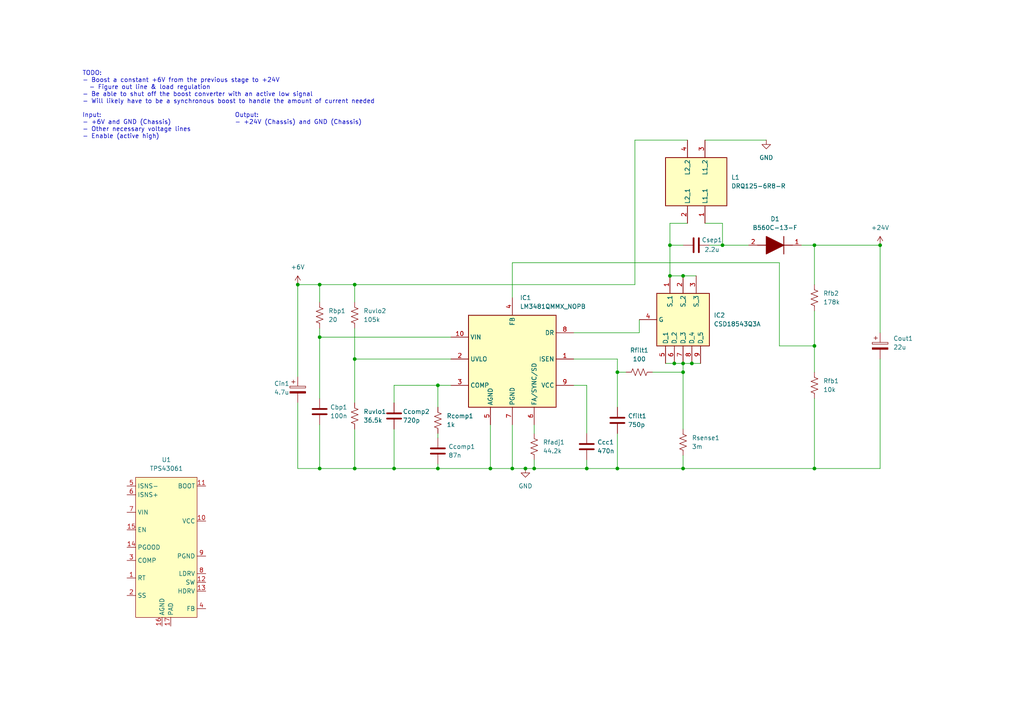
<source format=kicad_sch>
(kicad_sch (version 20250114) (generator "eeschema") (generator_version "9.0")
  (paper "A4")
  (title_block (title "Output Boost (Stage 2)") (date "2025-02-12") (rev "1") (company "UT Robomaster") (comment 1 "Robomaster"))
  (lib_symbols
    (symbol "! Robomaster ICs:TPS43061"
      (property "Reference" "U" (at 0 3.81 0))
      (property "Value" "TPS43061" (at 0 0 0))
      (symbol "TPS43061_1_1"
        (rectangle (start -8.89 0) (end 8.89 -40.64) (fill (type background)))
        (pin passive line (at -11.43 -2.54 0) (length 2.54) (name "ISNS-") (number "5"))
        (pin passive line (at -11.43 -5.08 0) (length 2.54) (name "ISNS+") (number "6"))
        (pin power_in line (at -11.43 -10.16 0) (length 2.54) (name "VIN") (number "7"))
        (pin input line (at -11.43 -15.24 0) (length 2.54) (name "EN") (number "15"))
        (pin open_collector line (at -11.43 -20.32 0) (length 2.54) (name "PGOOD") (number "14"))
        (pin passive line (at -11.43 -24.13 0) (length 2.54) (name "COMP") (number "3"))
        (pin passive line (at -11.43 -29.21 0) (length 2.54) (name "RT") (number "1"))
        (pin passive line (at -11.43 -34.29 0) (length 2.54) (name "SS") (number "2"))
        (pin power_in line (at -1.27 -43.18 90) (length 2.54) (name "AGND") (number "16"))
        (pin power_in line (at 1.27 -43.18 90) (length 2.54) (name "PAD") (number "17"))
        (pin passive line (at 11.43 -2.54 180) (length 2.54) (name "BOOT") (number "11"))
        (pin passive line (at 11.43 -12.7 180) (length 2.54) (name "VCC") (number "10"))
        (pin power_in line (at 11.43 -22.86 180) (length 2.54) (name "PGND") (number "9"))
        (pin output line (at 11.43 -27.94 180) (length 2.54) (name "LDRV") (number "8"))
        (pin output line (at 11.43 -30.48 180) (length 2.54) (name "SW") (number "12"))
        (pin output line (at 11.43 -33.02 180) (length 2.54) (name "HDRV") (number "13"))
        (pin passive line (at 11.43 -38.1 180) (length 2.54) (name "FB") (number "4"))
      )
    )
    (symbol "Device:C" (pin_numbers (hide yes)) (pin_names (offset 0.254))
      (property "Reference" "C" (at 0.635 2.54 0))
      (property "Value" "C" (at 0.635 -2.54 0))
      (symbol "C_0_1"
        (polyline (pts (xy -2.032 0.762) (xy 2.032 0.762)) (stroke (width 0.508)))
        (polyline (pts (xy -2.032 -0.762) (xy 2.032 -0.762)) (stroke (width 0.508)))
      )
      (symbol "C_1_1"
        (pin passive line (at 0 3.81 270) (length 2.794) (name "~") (number "1"))
        (pin passive line (at 0 -3.81 90) (length 2.794) (name "~") (number "2"))
      )
    )
    (symbol "Device:C_Polarized" (pin_numbers (hide yes)) (pin_names (offset 0.254))
      (property "Reference" "C" (at 0.635 2.54 0))
      (property "Value" "C_Polarized" (at 0.635 -2.54 0))
      (symbol "C_Polarized_0_1"
        (rectangle (start -2.286 0.508) (end 2.286 1.016))
        (polyline (pts (xy -1.778 2.286) (xy -0.762 2.286)))
        (polyline (pts (xy -1.27 2.794) (xy -1.27 1.778)))
        (rectangle (start 2.286 -0.508) (end -2.286 -1.016) (fill (type outline)))
      )
      (symbol "C_Polarized_1_1"
        (pin passive line (at 0 3.81 270) (length 2.794) (name "~") (number "1"))
        (pin passive line (at 0 -3.81 90) (length 2.794) (name "~") (number "2"))
      )
    )
    (symbol "Device:R_US" (pin_numbers (hide yes)) (pin_names (offset 0))
      (property "Reference" "R" (at 2.54 0 90))
      (property "Value" "R_US" (at -2.54 0 90))
      (symbol "R_US_0_1"
        (polyline (pts (xy 0 2.286) (xy 0 2.54)))
        (polyline (pts (xy 0 2.286) (xy 1.016 1.905) (xy 0 1.524) (xy -1.016 1.143) (xy 0 0.762)))
        (polyline (pts (xy 0 0.762) (xy 1.016 0.381) (xy 0 0) (xy -1.016 -0.381) (xy 0 -0.762)))
        (polyline (pts (xy 0 -0.762) (xy 1.016 -1.143) (xy 0 -1.524) (xy -1.016 -1.905) (xy 0 -2.286)))
        (polyline (pts (xy 0 -2.286) (xy 0 -2.54)))
      )
      (symbol "R_US_1_1"
        (pin passive line (at 0 3.81 270) (length 1.27) (name "~") (number "1"))
        (pin passive line (at 0 -3.81 90) (length 1.27) (name "~") (number "2"))
      )
    )
    (symbol "boost2:B560C-13-F" (pin_names (hide yes))
      (property "Reference" "D" (at 11.43 5.08 0))
      (property "Value" "B560C-13-F" (at 11.43 2.54 0))
      (symbol "B560C-13-F_1_1"
        (polyline (pts (xy 2.54 0) (xy 5.08 0)) (stroke (width 0.254)))
        (polyline (pts (xy 5.08 2.54) (xy 5.08 -2.54)) (stroke (width 0.254)))
        (polyline (pts (xy 5.08 0) (xy 10.16 2.54) (xy 10.16 -2.54) (xy 5.08 0)) (stroke (width 0.254)) (fill (type outline)))
        (polyline (pts (xy 10.16 0) (xy 12.7 0)) (stroke (width 0.254)))
        (pin passive line (at 0 0 0) (length 2.54) (name "K") (number "1"))
        (pin passive line (at 15.24 0 180) (length 2.54) (name "A") (number "2"))
      )
    )
    (symbol "boost2:CSD18543Q3A"
      (property "Reference" "IC" (at 21.59 7.62 0))
      (property "Value" "CSD18543Q3A" (at 21.59 5.08 0))
      (symbol "CSD18543Q3A_1_1"
        (rectangle (start 5.08 2.54) (end 20.32 -12.7) (stroke (width 0.254)) (fill (type background)))
        (pin passive line (at 0 -5.08 0) (length 5.08) (name "G") (number "4"))
        (pin passive line (at 7.62 -17.78 90) (length 5.08) (name "D_1") (number "5"))
        (pin passive line (at 8.89 7.62 270) (length 5.08) (name "S_1") (number "1"))
        (pin passive line (at 10.16 -17.78 90) (length 5.08) (name "D_2") (number "6"))
        (pin passive line (at 12.7 7.62 270) (length 5.08) (name "S_2") (number "2"))
        (pin passive line (at 12.7 -17.78 90) (length 5.08) (name "D_3") (number "7"))
        (pin passive line (at 15.24 -17.78 90) (length 5.08) (name "D_4") (number "8"))
        (pin passive line (at 16.51 7.62 270) (length 5.08) (name "S_3") (number "3"))
        (pin passive line (at 17.78 -17.78 90) (length 5.08) (name "D_5") (number "9"))
      )
    )
    (symbol "boost2:DRQ125-6R8-R"
      (property "Reference" "L" (at 24.13 7.62 0))
      (property "Value" "DRQ125-6R8-R" (at 24.13 5.08 0))
      (symbol "DRQ125-6R8-R_1_1"
        (rectangle (start 5.08 8.89) (end 22.86 -5.08) (stroke (width 0.254)) (fill (type background)))
        (pin passive line (at 11.43 13.97 270) (length 5.08) (name "L2_2") (number "4"))
        (pin passive line (at 11.43 -10.16 90) (length 5.08) (name "L2_1") (number "2"))
        (pin passive line (at 16.51 13.97 270) (length 5.08) (name "L1_2") (number "3"))
        (pin passive line (at 16.51 -10.16 90) (length 5.08) (name "L1_1") (number "1"))
      )
    )
    (symbol "boost2:LM3481QMMX_NOPB"
      (property "Reference" "IC" (at 31.75 7.62 0))
      (property "Value" "LM3481QMMX_NOPB" (at 31.75 5.08 0))
      (symbol "LM3481QMMX_NOPB_1_1"
        (rectangle (start 5.08 3.81) (end 30.48 -22.86) (stroke (width 0.254)) (fill (type background)))
        (pin passive line (at 0 -2.54 0) (length 5.08) (name "VIN") (number "10"))
        (pin passive line (at 0 -8.89 0) (length 5.08) (name "UVLO") (number "2"))
        (pin passive line (at 0 -16.51 0) (length 5.08) (name "COMP") (number "3"))
        (pin passive line (at 11.43 -27.94 90) (length 5.08) (name "AGND") (number "5"))
        (pin passive line (at 17.78 8.89 270) (length 5.08) (name "FB") (number "4"))
        (pin passive line (at 17.78 -27.94 90) (length 5.08) (name "PGND") (number "7"))
        (pin passive line (at 24.13 -27.94 90) (length 5.08) (name "FA/SYNC/SD") (number "6"))
        (pin passive line (at 35.56 -1.27 180) (length 5.08) (name "DR") (number "8"))
        (pin passive line (at 35.56 -8.89 180) (length 5.08) (name "ISEN") (number "1"))
        (pin passive line (at 35.56 -16.51 180) (length 5.08) (name "VCC") (number "9"))
      )
    )
    (symbol "power:+24V" (power) (pin_numbers (hide yes)) (pin_names (offset 0) (hide yes))
      (property "Value" "+24V" (at 0 3.556 0))
      (symbol "+24V_0_1"
        (polyline (pts (xy -0.762 1.27) (xy 0 2.54)))
        (polyline (pts (xy 0 2.54) (xy 0.762 1.27)))
        (polyline (pts (xy 0 0) (xy 0 2.54)))
      )
      (symbol "+24V_1_1"
        (pin power_in line (at 0 0 90) (length 0) (name "~") (number "1"))
      )
    )
    (symbol "power:+6V" (power) (pin_numbers (hide yes)) (pin_names (offset 0) (hide yes))
      (property "Value" "+6V" (at 0 3.556 0))
      (symbol "+6V_0_1"
        (polyline (pts (xy -0.762 1.27) (xy 0 2.54)))
        (polyline (pts (xy 0 2.54) (xy 0.762 1.27)))
        (polyline (pts (xy 0 0) (xy 0 2.54)))
      )
      (symbol "+6V_1_1"
        (pin power_in line (at 0 0 90) (length 0) (name "~") (number "1"))
      )
    )
    (symbol "power:GND" (power) (pin_numbers (hide yes)) (pin_names (offset 0) (hide yes))
      (property "Value" "GND" (at 0 -3.81 0))
      (symbol "GND_0_1"
        (polyline (pts (xy 0 0) (xy 0 -1.27) (xy 1.27 -1.27) (xy 0 -2.54) (xy -1.27 -1.27) (xy 0 -1.27)))
      )
      (symbol "GND_1_1"
        (pin power_in line (at 0 0 270) (length 0) (name "~") (number "1"))
      )
    )
  )
  (text "Input:\n- +6V and GND (Chassis)\n- Other necessary voltage lines\n- Enable (active high)" (at 23.876 32.766 0) (effects (font (size 1.27 1.27)) (justify left top)))
  (text "Output:\n- +24V (Chassis) and GND (Chassis)" (at 68.072 32.766 0) (effects (font (size 1.27 1.27)) (justify left top)))
  (text "TODO:\n- Boost a constant +6V from the previous stage to +24V\n  - Figure out line & load regulation\n- Be able to shut off the boost converter with an active low signal\n- Will likely have to be a synchronous boost to handle the amount of current needed" (at 23.876 20.574 0) (effects (font (size 1.27 1.27)) (justify left top)))
  (junction (at 127 111.76))
  (junction (at 255.27 71.12))
  (junction (at 200.66 105.41))
  (junction (at 236.22 100.33))
  (junction (at 195.58 105.41))
  (junction (at 170.18 135.89))
  (junction (at 154.94 135.89))
  (junction (at 198.12 135.89))
  (junction (at 92.71 82.55))
  (junction (at 148.59 135.89))
  (junction (at 92.71 97.79))
  (junction (at 179.07 135.89))
  (junction (at 198.12 107.95))
  (junction (at 102.87 104.14))
  (junction (at 236.22 71.12))
  (junction (at 209.55 71.12))
  (junction (at 127 135.89))
  (junction (at 179.07 107.95))
  (junction (at 194.31 80.01))
  (junction (at 114.3 135.89))
  (junction (at 194.31 71.12))
  (junction (at 102.87 82.55))
  (junction (at 198.12 80.01))
  (junction (at 152.4 135.89))
  (junction (at 86.36 82.55))
  (junction (at 142.24 135.89))
  (junction (at 198.12 105.41))
  (junction (at 92.71 135.89))
  (junction (at 236.22 135.89))
  (junction (at 102.87 135.89))
  (wire (pts (xy 217.17 71.12) (xy 209.55 71.12)))
  (wire (pts (xy 170.18 133.35) (xy 170.18 135.89)))
  (wire (pts (xy 198.12 71.12) (xy 194.31 71.12)))
  (wire (pts (xy 148.59 135.89) (xy 142.24 135.89)))
  (wire (pts (xy 166.37 111.76) (xy 170.18 111.76)))
  (wire (pts (xy 127 135.89) (xy 127 134.62)))
  (wire (pts (xy 236.22 135.89) (xy 236.22 115.57)))
  (wire (pts (xy 198.12 80.01) (xy 194.31 80.01)))
  (wire (pts (xy 86.36 82.55) (xy 92.71 82.55)))
  (wire (pts (xy 166.37 104.14) (xy 179.07 104.14)))
  (wire (pts (xy 114.3 116.84) (xy 114.3 111.76)))
  (wire (pts (xy 236.22 71.12) (xy 236.22 82.55)))
  (wire (pts (xy 92.71 135.89) (xy 102.87 135.89)))
  (wire (pts (xy 236.22 135.89) (xy 198.12 135.89)))
  (wire (pts (xy 198.12 124.46) (xy 198.12 107.95)))
  (wire (pts (xy 181.61 107.95) (xy 179.07 107.95)))
  (wire (pts (xy 102.87 104.14) (xy 102.87 116.84)))
  (wire (pts (xy 92.71 82.55) (xy 102.87 82.55)))
  (wire (pts (xy 222.25 40.64) (xy 204.47 40.64)))
  (wire (pts (xy 130.81 97.79) (xy 92.71 97.79)))
  (wire (pts (xy 209.55 64.77) (xy 209.55 71.12)))
  (wire (pts (xy 194.31 71.12) (xy 194.31 64.77)))
  (wire (pts (xy 226.06 76.2) (xy 226.06 100.33)))
  (wire (pts (xy 194.31 64.77) (xy 199.39 64.77)))
  (wire (pts (xy 102.87 135.89) (xy 114.3 135.89)))
  (wire (pts (xy 236.22 100.33) (xy 236.22 107.95)))
  (wire (pts (xy 114.3 124.46) (xy 114.3 135.89)))
  (wire (pts (xy 179.07 135.89) (xy 198.12 135.89)))
  (wire (pts (xy 255.27 71.12) (xy 255.27 96.52)))
  (wire (pts (xy 200.66 105.41) (xy 203.2 105.41)))
  (wire (pts (xy 179.07 107.95) (xy 179.07 118.11)))
  (wire (pts (xy 102.87 82.55) (xy 184.15 82.55)))
  (wire (pts (xy 130.81 104.14) (xy 102.87 104.14)))
  (wire (pts (xy 170.18 111.76) (xy 170.18 125.73)))
  (wire (pts (xy 185.42 92.71) (xy 185.42 96.52)))
  (wire (pts (xy 142.24 123.19) (xy 142.24 135.89)))
  (wire (pts (xy 86.36 116.84) (xy 86.36 135.89)))
  (wire (pts (xy 92.71 95.25) (xy 92.71 97.79)))
  (wire (pts (xy 152.4 135.89) (xy 148.59 135.89)))
  (wire (pts (xy 154.94 133.35) (xy 154.94 135.89)))
  (wire (pts (xy 154.94 123.19) (xy 154.94 125.73)))
  (wire (pts (xy 236.22 90.17) (xy 236.22 100.33)))
  (wire (pts (xy 102.87 95.25) (xy 102.87 104.14)))
  (wire (pts (xy 154.94 135.89) (xy 152.4 135.89)))
  (wire (pts (xy 114.3 135.89) (xy 127 135.89)))
  (wire (pts (xy 198.12 135.89) (xy 198.12 132.08)))
  (wire (pts (xy 92.71 135.89) (xy 92.71 123.19)))
  (wire (pts (xy 114.3 111.76) (xy 127 111.76)))
  (wire (pts (xy 102.87 87.63) (xy 102.87 82.55)))
  (wire (pts (xy 86.36 109.22) (xy 86.36 82.55)))
  (wire (pts (xy 127 118.11) (xy 127 111.76)))
  (wire (pts (xy 170.18 135.89) (xy 154.94 135.89)))
  (wire (pts (xy 209.55 71.12) (xy 205.74 71.12)))
  (wire (pts (xy 148.59 86.36) (xy 148.59 76.2)))
  (wire (pts (xy 232.41 71.12) (xy 236.22 71.12)))
  (wire (pts (xy 201.93 80.01) (xy 198.12 80.01)))
  (wire (pts (xy 193.04 105.41) (xy 195.58 105.41)))
  (wire (pts (xy 198.12 105.41) (xy 200.66 105.41)))
  (wire (pts (xy 199.39 40.64) (xy 184.15 40.64)))
  (wire (pts (xy 179.07 125.73) (xy 179.07 135.89)))
  (wire (pts (xy 236.22 135.89) (xy 255.27 135.89)))
  (wire (pts (xy 194.31 80.01) (xy 194.31 71.12)))
  (wire (pts (xy 184.15 40.64) (xy 184.15 82.55)))
  (wire (pts (xy 179.07 104.14) (xy 179.07 107.95)))
  (wire (pts (xy 148.59 76.2) (xy 226.06 76.2)))
  (wire (pts (xy 195.58 105.41) (xy 198.12 105.41)))
  (wire (pts (xy 148.59 123.19) (xy 148.59 135.89)))
  (wire (pts (xy 86.36 135.89) (xy 92.71 135.89)))
  (wire (pts (xy 92.71 97.79) (xy 92.71 115.57)))
  (wire (pts (xy 189.23 107.95) (xy 198.12 107.95)))
  (wire (pts (xy 185.42 96.52) (xy 166.37 96.52)))
  (wire (pts (xy 127 111.76) (xy 130.81 111.76)))
  (wire (pts (xy 102.87 124.46) (xy 102.87 135.89)))
  (wire (pts (xy 142.24 135.89) (xy 127 135.89)))
  (wire (pts (xy 226.06 100.33) (xy 236.22 100.33)))
  (wire (pts (xy 92.71 82.55) (xy 92.71 87.63)))
  (wire (pts (xy 127 125.73) (xy 127 127)))
  (wire (pts (xy 204.47 64.77) (xy 209.55 64.77)))
  (wire (pts (xy 170.18 135.89) (xy 179.07 135.89)))
  (wire (pts (xy 255.27 135.89) (xy 255.27 104.14)))
  (wire (pts (xy 198.12 105.41) (xy 198.12 107.95)))
  (wire (pts (xy 236.22 71.12) (xy 255.27 71.12)))
  (symbol (lib_id "Device:R_US") (at 236.22 86.36 0) (unit 1)
    (property "Reference" "Rfb2" (at 238.76 85.0899 0) (effects (justify left)))
    (property "Value" "178k" (at 238.76 87.6299 0) (effects (justify left)))
    (property "Description" "Resistor, US symbol" (effects (hide yes)))
  )
  (symbol (lib_id "Device:C") (at 201.93 71.12 90) (unit 1)
    (property "Reference" "Csep1" (at 206.502 69.596 90))
    (property "Value" "2.2u" (at 206.502 72.39 90))
    (property "Description" "Unpolarized capacitor" (effects (hide yes)))
  )
  (symbol (lib_id "Device:C") (at 179.07 121.92 0) (unit 1)
    (property "Reference" "Cfilt1" (at 182.118 120.65 0) (effects (justify left)))
    (property "Value" "750p" (at 182.118 123.19 0) (effects (justify left)))
    (property "Description" "Unpolarized capacitor" (effects (hide yes)))
  )
  (symbol (lib_id "Device:C") (at 92.71 119.38 0) (unit 1)
    (property "Reference" "Cbp1" (at 95.758 118.11 0) (effects (justify left)))
    (property "Value" "100n" (at 95.758 120.65 0) (effects (justify left)))
    (property "Description" "Unpolarized capacitor" (effects (hide yes)))
  )
  (symbol (lib_id "Device:C_Polarized") (at 86.36 113.03 0) (unit 1)
    (property "Reference" "Cin1" (at 79.502 111.252 0) (effects (justify left)))
    (property "Value" "4.7u" (at 79.502 113.792 0) (effects (justify left)))
    (property "Description" "Polarized capacitor" (effects (hide yes)))
  )
  (symbol (lib_id "Device:R_US") (at 102.87 91.44 0) (unit 1)
    (property "Reference" "Ruvlo2" (at 105.41 90.1699 0) (effects (justify left)))
    (property "Value" "105k" (at 105.41 92.7099 0) (effects (justify left)))
    (property "Description" "Resistor, US symbol" (effects (hide yes)))
  )
  (symbol (lib_id "Device:R_US") (at 185.42 107.95 90) (unit 1)
    (property "Reference" "Rfilt1" (at 185.42 101.6 90))
    (property "Value" "100" (at 185.42 104.14 90))
    (property "Description" "Resistor, US symbol" (effects (hide yes)))
  )
  (symbol (lib_id "boost2:B560C-13-F") (at 232.41 71.12 180) (unit 1)
    (property "Reference" "D1" (at 224.79 63.5 0))
    (property "Value" "B560C-13-F" (at 224.79 66.04 0))
    (property "Datasheet" "https://datasheet.lcsc.com/szlcsc/Diodes-Incorporated-B560C-13-F_C85100.pdf" (effects (hide yes)))
    (property "Description" "Schottky Diodes & Rectifiers 60V 5A" (effects (hide yes)))
    (property "Height" "2.5" (effects (hide yes)))
    (property "Mouser Part Number" "621-B560C-F" (effects (hide yes)))
    (property "Mouser Price/Stock" "https://www.mouser.co.uk/ProductDetail/Diodes-Incorporated/B560C-13-F?qs=OC0R%252Bhozcm%252BAsjMXklZLIw%3D%3D" (effects (hide yes)))
    (property "Manufacturer_Name" "Diodes Incorporated" (effects (hide yes)))
    (property "Manufacturer_Part_Number" "B560C-13-F" (effects (hide yes)))
  )
  (symbol (lib_id "power:GND") (at 152.4 135.89 0) (unit 1)
    (property "Reference" "#PWR01" (effects (hide yes)))
    (property "Value" "GND" (at 152.4 140.97 0))
    (property "Description" "Power symbol creates a global label with name \"GND\" , ground" (effects (hide yes)))
  )
  (symbol (lib_id "power:+6V") (at 86.36 82.55 0) (unit 1)
    (property "Reference" "#PWR03" (effects (hide yes)))
    (property "Value" "+6V" (at 86.36 77.47 0))
    (property "Description" "Power symbol creates a global label with name \"+6V\"" (effects (hide yes)))
  )
  (symbol (lib_id "power:+24V") (at 255.27 71.12 0) (unit 1)
    (property "Reference" "#PWR04" (effects (hide yes)))
    (property "Value" "+24V" (at 255.27 66.04 0))
    (property "Description" "Power symbol creates a global label with name \"+24V\"" (effects (hide yes)))
  )
  (symbol (lib_id "Device:C") (at 170.18 129.54 0) (unit 1)
    (property "Reference" "Ccc1" (at 173.228 128.27 0) (effects (justify left)))
    (property "Value" "470n" (at 173.228 130.81 0) (effects (justify left)))
    (property "Description" "Unpolarized capacitor" (effects (hide yes)))
  )
  (symbol (lib_id "boost2:CSD18543Q3A") (at 185.42 87.63 0) (unit 1)
    (property "Reference" "IC2" (at 207.01 91.4399 0) (effects (justify left)))
    (property "Value" "CSD18543Q3A" (at 207.01 93.9799 0) (effects (justify left)))
    (property "Datasheet" "https://www.arrow.com/en/products/csd18543q3a/texas-instruments?region=nac" (effects (hide yes)))
    (property "Description" "Trans MOSFET N-CH Si 60V 35A 8-Pin VSONP EP T/R" (effects (hide yes)))
    (property "Height" "0.9" (effects (hide yes)))
    (property "Mouser Part Number" "595-CSD18543Q3A" (effects (hide yes)))
    (property "Mouser Price/Stock" "https://www.mouser.co.uk/ProductDetail/Texas-Instruments/CSD18543Q3A?qs=34RfhUjJmKdfuflvn5YUjA%3D%3D" (effects (hide yes)))
    (property "Manufacturer_Name" "Texas Instruments" (effects (hide yes)))
    (property "Manufacturer_Part_Number" "CSD18543Q3A" (effects (hide yes)))
  )
  (symbol (lib_id "boost2:LM3481QMMX_NOPB") (at 130.81 95.25 0) (unit 1)
    (property "Reference" "IC1" (at 150.7841 86.36 0) (effects (justify left)))
    (property "Value" "LM3481QMMX_NOPB" (at 150.7841 88.9 0) (effects (justify left)))
    (property "Datasheet" "http://www.ti.com/lit/gpn/lm3481-q1" (effects (hide yes)))
    (property "Description" "48V Wide Vin High-Efficiency Controller for Boost, SEPIC and Flyback DC-DC Converters" (effects (hide yes)))
    (property "Height" "1.1" (effects (hide yes)))
    (property "Mouser Part Number" "926-LM3481QMMX/NOPB" (effects (hide yes)))
    (property "Mouser Price/Stock" "https://www.mouser.co.uk/ProductDetail/Texas-Instruments/LM3481QMMX-NOPB?qs=8BDZloOR%252BZE5%2FtFknMmJWg%3D%3D" (effects (hide yes)))
    (property "Manufacturer_Name" "Texas Instruments" (effects (hide yes)))
    (property "Manufacturer_Part_Number" "LM3481QMMX/NOPB" (effects (hide yes)))
  )
  (symbol (lib_id "Device:R_US") (at 198.12 128.27 0) (unit 1)
    (property "Reference" "Rsense1" (at 200.66 126.9999 0) (effects (justify left)))
    (property "Value" "3m" (at 200.66 129.5399 0) (effects (justify left)))
    (property "Description" "Resistor, US symbol" (effects (hide yes)))
  )
  (symbol (lib_id "Device:R_US") (at 102.87 120.65 0) (unit 1)
    (property "Reference" "Ruvlo1" (at 105.41 119.3799 0) (effects (justify left)))
    (property "Value" "36.5k" (at 105.41 121.9199 0) (effects (justify left)))
    (property "Description" "Resistor, US symbol" (effects (hide yes)))
  )
  (symbol (lib_id "! Robomaster ICs:TPS43061") (at 48.26 138.43 0) (unit 1)
    (property "Reference" "U1" (at 48.26 133.35 0))
    (property "Value" "TPS43061" (at 48.26 135.89 0))
    (property "Footprint" "! Robomaster ICs:Texas_S-PWQFN-N16" (effects (hide yes)))
    (property "Datasheet" "https://www.ti.com/lit/ds/symlink/tps43061.pdf" (effects (hide yes)))
    (property "Description" "Low Iq, Synchronous Boost Controller with Wide Input Voltage and 5.5V Gate Drive for Low Qg NexFETs" (effects (hide yes)))
  )
  (symbol (lib_id "Device:R_US") (at 92.71 91.44 0) (unit 1)
    (property "Reference" "Rbp1" (at 95.25 90.1699 0) (effects (justify left)))
    (property "Value" "20" (at 95.25 92.7099 0) (effects (justify left)))
    (property "Description" "Resistor, US symbol" (effects (hide yes)))
  )
  (symbol (lib_id "boost2:DRQ125-6R8-R") (at 187.96 54.61 0) (unit 1)
    (property "Reference" "L1" (at 212.09 51.4349 0) (effects (justify left)))
    (property "Value" "DRQ125-6R8-R" (at 212.09 53.9749 0) (effects (justify left)))
    (property "Datasheet" "https://www.arrow.com/en/products/drq125-6r8-r/eaton" (effects (hide yes)))
    (property "Description" "Coupled Inductors" (effects (hide yes)))
    (property "Height" "6" (effects (hide yes)))
    (property "Mouser Part Number" "704-DRQ125-6R8-R" (effects (hide yes)))
    (property "Mouser Price/Stock" "https://www.mouser.co.uk/ProductDetail/Eaton-Electronics/DRQ125-6R8-R?qs=yzwxPInThYR4uozA737ypA%3D%3D" (effects (hide yes)))
    (property "Manufacturer_Name" "Eaton" (effects (hide yes)))
    (property "Manufacturer_Part_Number" "DRQ125-6R8-R" (effects (hide yes)))
  )
  (symbol (lib_id "power:GND") (at 222.25 40.64 0) (unit 1)
    (property "Reference" "#PWR02" (effects (hide yes)))
    (property "Value" "GND" (at 222.25 45.72 0))
    (property "Description" "Power symbol creates a global label with name \"GND\" , ground" (effects (hide yes)))
  )
  (symbol (lib_id "Device:R_US") (at 127 121.92 0) (unit 1)
    (property "Reference" "Rcomp1" (at 129.54 120.6499 0) (effects (justify left)))
    (property "Value" "1k" (at 129.54 123.1899 0) (effects (justify left)))
    (property "Description" "Resistor, US symbol" (effects (hide yes)))
  )
  (symbol (lib_id "Device:C") (at 127 130.81 0) (unit 1)
    (property "Reference" "Ccomp1" (at 130.048 129.54 0) (effects (justify left)))
    (property "Value" "87n" (at 130.048 132.08 0) (effects (justify left)))
    (property "Description" "Unpolarized capacitor" (effects (hide yes)))
  )
  (symbol (lib_id "Device:R_US") (at 154.94 129.54 0) (unit 1)
    (property "Reference" "Rfadj1" (at 157.48 128.2699 0) (effects (justify left)))
    (property "Value" "44.2k" (at 157.48 130.8099 0) (effects (justify left)))
    (property "Description" "Resistor, US symbol" (effects (hide yes)))
  )
  (symbol (lib_id "Device:R_US") (at 236.22 111.76 0) (unit 1)
    (property "Reference" "Rfb1" (at 238.76 110.4899 0) (effects (justify left)))
    (property "Value" "10k" (at 238.76 113.0299 0) (effects (justify left)))
    (property "Description" "Resistor, US symbol" (effects (hide yes)))
  )
  (symbol (lib_id "Device:C") (at 114.3 120.65 0) (unit 1)
    (property "Reference" "Ccomp2" (at 116.84 119.38 0) (effects (justify left)))
    (property "Value" "720p" (at 116.84 121.92 0) (effects (justify left)))
    (property "Description" "Unpolarized capacitor" (effects (hide yes)))
  )
  (symbol (lib_id "Device:C_Polarized") (at 255.27 100.33 0) (unit 1)
    (property "Reference" "Cout1" (at 259.08 98.1709 0) (effects (justify left)))
    (property "Value" "22u" (at 259.08 100.7109 0) (effects (justify left)))
    (property "Description" "Polarized capacitor" (effects (hide yes)))
  )
)
</source>
